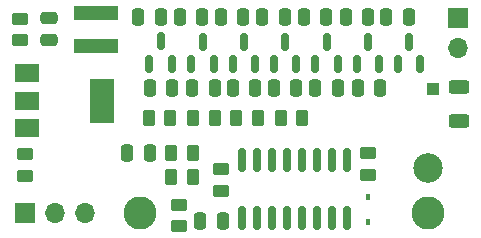
<source format=gts>
G04 #@! TF.GenerationSoftware,KiCad,Pcbnew,5.99.0-unknown-5a0a2a8366~101~ubuntu20.04.1*
G04 #@! TF.CreationDate,2021-02-21T23:03:29+09:00*
G04 #@! TF.ProjectId,OpenHVPS-5,4f70656e-4856-4505-932d-352e6b696361,V1.1*
G04 #@! TF.SameCoordinates,Original*
G04 #@! TF.FileFunction,Soldermask,Top*
G04 #@! TF.FilePolarity,Negative*
%FSLAX46Y46*%
G04 Gerber Fmt 4.6, Leading zero omitted, Abs format (unit mm)*
G04 Created by KiCad (PCBNEW 5.99.0-unknown-5a0a2a8366~101~ubuntu20.04.1) date 2021-02-21 23:03:29*
%MOMM*%
%LPD*%
G01*
G04 APERTURE LIST*
G04 Aperture macros list*
%AMRoundRect*
0 Rectangle with rounded corners*
0 $1 Rounding radius*
0 $2 $3 $4 $5 $6 $7 $8 $9 X,Y pos of 4 corners*
0 Add a 4 corners polygon primitive as box body*
4,1,4,$2,$3,$4,$5,$6,$7,$8,$9,$2,$3,0*
0 Add four circle primitives for the rounded corners*
1,1,$1+$1,$2,$3*
1,1,$1+$1,$4,$5*
1,1,$1+$1,$6,$7*
1,1,$1+$1,$8,$9*
0 Add four rect primitives between the rounded corners*
20,1,$1+$1,$2,$3,$4,$5,0*
20,1,$1+$1,$4,$5,$6,$7,0*
20,1,$1+$1,$6,$7,$8,$9,0*
20,1,$1+$1,$8,$9,$2,$3,0*%
G04 Aperture macros list end*
%ADD10RoundRect,0.250000X0.450000X-0.262500X0.450000X0.262500X-0.450000X0.262500X-0.450000X-0.262500X0*%
%ADD11R,1.700000X1.700000*%
%ADD12O,1.700000X1.700000*%
%ADD13RoundRect,0.250000X-0.250000X-0.475000X0.250000X-0.475000X0.250000X0.475000X-0.250000X0.475000X0*%
%ADD14C,2.500000*%
%ADD15C,2.800000*%
%ADD16RoundRect,0.150000X0.150000X-0.587500X0.150000X0.587500X-0.150000X0.587500X-0.150000X-0.587500X0*%
%ADD17RoundRect,0.250000X-0.450000X0.262500X-0.450000X-0.262500X0.450000X-0.262500X0.450000X0.262500X0*%
%ADD18RoundRect,0.250000X0.262500X0.450000X-0.262500X0.450000X-0.262500X-0.450000X0.262500X-0.450000X0*%
%ADD19RoundRect,0.250000X-0.475000X0.250000X-0.475000X-0.250000X0.475000X-0.250000X0.475000X0.250000X0*%
%ADD20RoundRect,0.250000X-0.625000X0.312500X-0.625000X-0.312500X0.625000X-0.312500X0.625000X0.312500X0*%
%ADD21R,3.700000X1.200000*%
%ADD22RoundRect,0.250000X-0.262500X-0.450000X0.262500X-0.450000X0.262500X0.450000X-0.262500X0.450000X0*%
%ADD23RoundRect,0.150000X0.150000X-0.825000X0.150000X0.825000X-0.150000X0.825000X-0.150000X-0.825000X0*%
%ADD24R,2.000000X1.500000*%
%ADD25R,2.000000X3.800000*%
%ADD26R,0.450000X0.600000*%
%ADD27R,1.000000X1.000000*%
%ADD28RoundRect,0.250000X0.250000X0.475000X-0.250000X0.475000X-0.250000X-0.475000X0.250000X-0.475000X0*%
G04 APERTURE END LIST*
D10*
X128500000Y-72413500D03*
X128500000Y-70588500D03*
D11*
X165100000Y-59055000D03*
D12*
X165100000Y-61595000D03*
D13*
X145050000Y-59000000D03*
X146950000Y-59000000D03*
D14*
X162560000Y-71755000D03*
D15*
X162560000Y-75565000D03*
D16*
X156550000Y-62937500D03*
X158450000Y-62937500D03*
X157500000Y-61062500D03*
X142550000Y-62937500D03*
X144450000Y-62937500D03*
X143500000Y-61062500D03*
D17*
X157520000Y-70520000D03*
X157520000Y-72345000D03*
D13*
X152050000Y-59000000D03*
X153950000Y-59000000D03*
D16*
X139004000Y-62913500D03*
X140904000Y-62913500D03*
X139954000Y-61038500D03*
D18*
X148182500Y-67520000D03*
X146357500Y-67520000D03*
D13*
X148550000Y-59000000D03*
X150450000Y-59000000D03*
D18*
X151932500Y-67520000D03*
X150107500Y-67520000D03*
D17*
X145020000Y-71857500D03*
X145020000Y-73682500D03*
D16*
X149550000Y-62937500D03*
X151450000Y-62937500D03*
X150500000Y-61062500D03*
D15*
X138176000Y-75565000D03*
D16*
X153050000Y-62937500D03*
X154950000Y-62937500D03*
X154000000Y-61062500D03*
D19*
X130500000Y-59050000D03*
X130500000Y-60950000D03*
D13*
X153050000Y-65000000D03*
X154950000Y-65000000D03*
D11*
X128500000Y-75565000D03*
D12*
X131040000Y-75565000D03*
X133580000Y-75565000D03*
D20*
X165250000Y-64857500D03*
X165250000Y-67782500D03*
D13*
X138050000Y-59000000D03*
X139950000Y-59000000D03*
D18*
X142682500Y-72520000D03*
X140857500Y-72520000D03*
D13*
X139050000Y-65000000D03*
X140950000Y-65000000D03*
X149550000Y-65000000D03*
X151450000Y-65000000D03*
X146050000Y-65000000D03*
X147950000Y-65000000D03*
D21*
X134500000Y-58600000D03*
X134500000Y-61400000D03*
D10*
X141520000Y-76682500D03*
X141520000Y-74857500D03*
D22*
X138945500Y-67520000D03*
X140770500Y-67520000D03*
D13*
X156638000Y-65000000D03*
X158538000Y-65000000D03*
D10*
X128020000Y-60932500D03*
X128020000Y-59107500D03*
D18*
X144520500Y-67520000D03*
X142695500Y-67520000D03*
D13*
X155638000Y-59000000D03*
X157538000Y-59000000D03*
D18*
X142682500Y-70520000D03*
X140857500Y-70520000D03*
D13*
X142638000Y-65000000D03*
X144538000Y-65000000D03*
D23*
X146825000Y-75995000D03*
X148095000Y-75995000D03*
X149365000Y-75995000D03*
X150635000Y-75995000D03*
X151905000Y-75995000D03*
X153175000Y-75995000D03*
X154445000Y-75995000D03*
X155715000Y-75995000D03*
X155715000Y-71045000D03*
X154445000Y-71045000D03*
X153175000Y-71045000D03*
X151905000Y-71045000D03*
X150635000Y-71045000D03*
X149365000Y-71045000D03*
X148095000Y-71045000D03*
X146825000Y-71045000D03*
D24*
X128676000Y-63740000D03*
X128676000Y-68340000D03*
D25*
X134976000Y-66040000D03*
D24*
X128676000Y-66040000D03*
D16*
X160050000Y-62937500D03*
X161950000Y-62937500D03*
X161000000Y-61062500D03*
D26*
X157520000Y-76320000D03*
X157520000Y-74220000D03*
D27*
X163020000Y-65020000D03*
D28*
X139020000Y-70520000D03*
X137120000Y-70520000D03*
D13*
X159050000Y-59000000D03*
X160950000Y-59000000D03*
X141550000Y-59000000D03*
X143450000Y-59000000D03*
D16*
X146050000Y-62937500D03*
X147950000Y-62937500D03*
X147000000Y-61062500D03*
D13*
X143320000Y-76270000D03*
X145220000Y-76270000D03*
M02*

</source>
